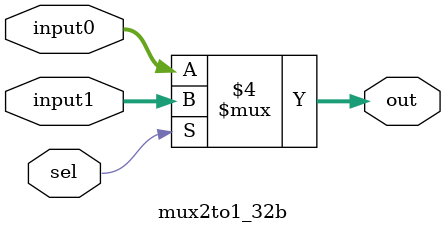
<source format=v>
module mux2to1_32b(input wire [31:0] input0, 
		               input wire [31:0] input1,
		               input wire sel, 
               	   output reg [31:0] out);
  
  always@(input0 or input1 or sel)begin
      if (sel == 1'b0)
      begin
        out = input0;
      end
      else 
      begin
        out = input1;
      end
    end
      
endmodule

</source>
